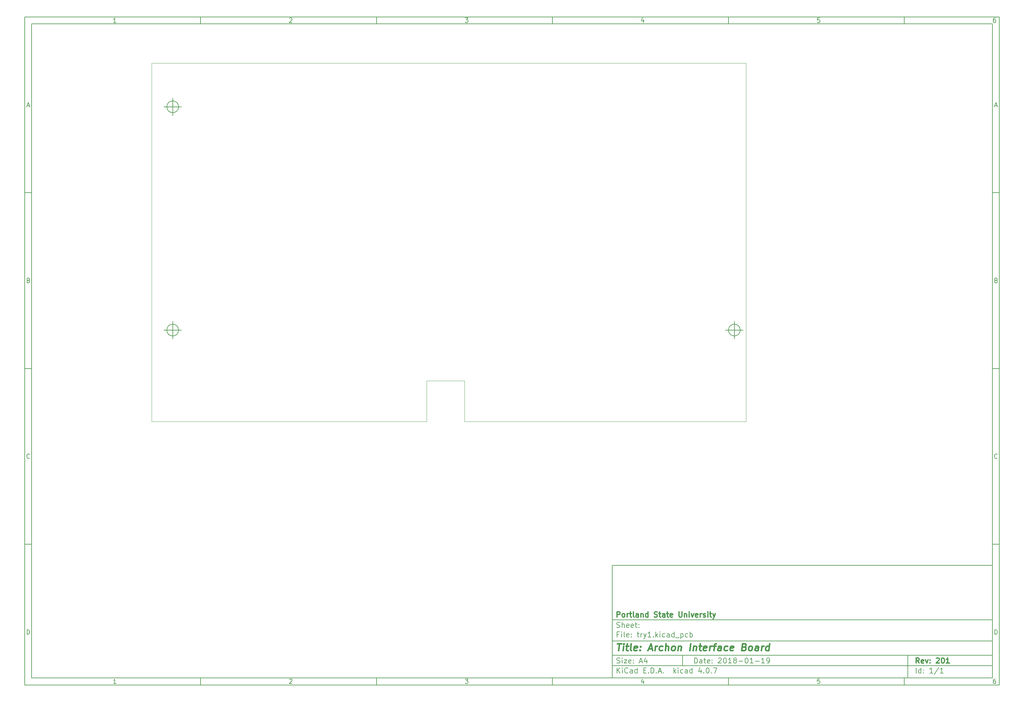
<source format=gbr>
G04 #@! TF.FileFunction,Profile,NP*
%FSLAX46Y46*%
G04 Gerber Fmt 4.6, Leading zero omitted, Abs format (unit mm)*
G04 Created by KiCad (PCBNEW 4.0.7) date Sun Jan 21 17:35:46 2018*
%MOMM*%
%LPD*%
G01*
G04 APERTURE LIST*
%ADD10C,0.100000*%
%ADD11C,0.150000*%
%ADD12C,0.300000*%
%ADD13C,0.400000*%
%ADD14C,0.025400*%
G04 APERTURE END LIST*
D10*
D11*
X177002200Y-166007200D02*
X177002200Y-198007200D01*
X285002200Y-198007200D01*
X285002200Y-166007200D01*
X177002200Y-166007200D01*
D10*
D11*
X10000000Y-10000000D02*
X10000000Y-200007200D01*
X287002200Y-200007200D01*
X287002200Y-10000000D01*
X10000000Y-10000000D01*
D10*
D11*
X12000000Y-12000000D02*
X12000000Y-198007200D01*
X285002200Y-198007200D01*
X285002200Y-12000000D01*
X12000000Y-12000000D01*
D10*
D11*
X60000000Y-12000000D02*
X60000000Y-10000000D01*
D10*
D11*
X110000000Y-12000000D02*
X110000000Y-10000000D01*
D10*
D11*
X160000000Y-12000000D02*
X160000000Y-10000000D01*
D10*
D11*
X210000000Y-12000000D02*
X210000000Y-10000000D01*
D10*
D11*
X260000000Y-12000000D02*
X260000000Y-10000000D01*
D10*
D11*
X35990476Y-11588095D02*
X35247619Y-11588095D01*
X35619048Y-11588095D02*
X35619048Y-10288095D01*
X35495238Y-10473810D01*
X35371429Y-10597619D01*
X35247619Y-10659524D01*
D10*
D11*
X85247619Y-10411905D02*
X85309524Y-10350000D01*
X85433333Y-10288095D01*
X85742857Y-10288095D01*
X85866667Y-10350000D01*
X85928571Y-10411905D01*
X85990476Y-10535714D01*
X85990476Y-10659524D01*
X85928571Y-10845238D01*
X85185714Y-11588095D01*
X85990476Y-11588095D01*
D10*
D11*
X135185714Y-10288095D02*
X135990476Y-10288095D01*
X135557143Y-10783333D01*
X135742857Y-10783333D01*
X135866667Y-10845238D01*
X135928571Y-10907143D01*
X135990476Y-11030952D01*
X135990476Y-11340476D01*
X135928571Y-11464286D01*
X135866667Y-11526190D01*
X135742857Y-11588095D01*
X135371429Y-11588095D01*
X135247619Y-11526190D01*
X135185714Y-11464286D01*
D10*
D11*
X185866667Y-10721429D02*
X185866667Y-11588095D01*
X185557143Y-10226190D02*
X185247619Y-11154762D01*
X186052381Y-11154762D01*
D10*
D11*
X235928571Y-10288095D02*
X235309524Y-10288095D01*
X235247619Y-10907143D01*
X235309524Y-10845238D01*
X235433333Y-10783333D01*
X235742857Y-10783333D01*
X235866667Y-10845238D01*
X235928571Y-10907143D01*
X235990476Y-11030952D01*
X235990476Y-11340476D01*
X235928571Y-11464286D01*
X235866667Y-11526190D01*
X235742857Y-11588095D01*
X235433333Y-11588095D01*
X235309524Y-11526190D01*
X235247619Y-11464286D01*
D10*
D11*
X285866667Y-10288095D02*
X285619048Y-10288095D01*
X285495238Y-10350000D01*
X285433333Y-10411905D01*
X285309524Y-10597619D01*
X285247619Y-10845238D01*
X285247619Y-11340476D01*
X285309524Y-11464286D01*
X285371429Y-11526190D01*
X285495238Y-11588095D01*
X285742857Y-11588095D01*
X285866667Y-11526190D01*
X285928571Y-11464286D01*
X285990476Y-11340476D01*
X285990476Y-11030952D01*
X285928571Y-10907143D01*
X285866667Y-10845238D01*
X285742857Y-10783333D01*
X285495238Y-10783333D01*
X285371429Y-10845238D01*
X285309524Y-10907143D01*
X285247619Y-11030952D01*
D10*
D11*
X60000000Y-198007200D02*
X60000000Y-200007200D01*
D10*
D11*
X110000000Y-198007200D02*
X110000000Y-200007200D01*
D10*
D11*
X160000000Y-198007200D02*
X160000000Y-200007200D01*
D10*
D11*
X210000000Y-198007200D02*
X210000000Y-200007200D01*
D10*
D11*
X260000000Y-198007200D02*
X260000000Y-200007200D01*
D10*
D11*
X35990476Y-199595295D02*
X35247619Y-199595295D01*
X35619048Y-199595295D02*
X35619048Y-198295295D01*
X35495238Y-198481010D01*
X35371429Y-198604819D01*
X35247619Y-198666724D01*
D10*
D11*
X85247619Y-198419105D02*
X85309524Y-198357200D01*
X85433333Y-198295295D01*
X85742857Y-198295295D01*
X85866667Y-198357200D01*
X85928571Y-198419105D01*
X85990476Y-198542914D01*
X85990476Y-198666724D01*
X85928571Y-198852438D01*
X85185714Y-199595295D01*
X85990476Y-199595295D01*
D10*
D11*
X135185714Y-198295295D02*
X135990476Y-198295295D01*
X135557143Y-198790533D01*
X135742857Y-198790533D01*
X135866667Y-198852438D01*
X135928571Y-198914343D01*
X135990476Y-199038152D01*
X135990476Y-199347676D01*
X135928571Y-199471486D01*
X135866667Y-199533390D01*
X135742857Y-199595295D01*
X135371429Y-199595295D01*
X135247619Y-199533390D01*
X135185714Y-199471486D01*
D10*
D11*
X185866667Y-198728629D02*
X185866667Y-199595295D01*
X185557143Y-198233390D02*
X185247619Y-199161962D01*
X186052381Y-199161962D01*
D10*
D11*
X235928571Y-198295295D02*
X235309524Y-198295295D01*
X235247619Y-198914343D01*
X235309524Y-198852438D01*
X235433333Y-198790533D01*
X235742857Y-198790533D01*
X235866667Y-198852438D01*
X235928571Y-198914343D01*
X235990476Y-199038152D01*
X235990476Y-199347676D01*
X235928571Y-199471486D01*
X235866667Y-199533390D01*
X235742857Y-199595295D01*
X235433333Y-199595295D01*
X235309524Y-199533390D01*
X235247619Y-199471486D01*
D10*
D11*
X285866667Y-198295295D02*
X285619048Y-198295295D01*
X285495238Y-198357200D01*
X285433333Y-198419105D01*
X285309524Y-198604819D01*
X285247619Y-198852438D01*
X285247619Y-199347676D01*
X285309524Y-199471486D01*
X285371429Y-199533390D01*
X285495238Y-199595295D01*
X285742857Y-199595295D01*
X285866667Y-199533390D01*
X285928571Y-199471486D01*
X285990476Y-199347676D01*
X285990476Y-199038152D01*
X285928571Y-198914343D01*
X285866667Y-198852438D01*
X285742857Y-198790533D01*
X285495238Y-198790533D01*
X285371429Y-198852438D01*
X285309524Y-198914343D01*
X285247619Y-199038152D01*
D10*
D11*
X10000000Y-60000000D02*
X12000000Y-60000000D01*
D10*
D11*
X10000000Y-110000000D02*
X12000000Y-110000000D01*
D10*
D11*
X10000000Y-160000000D02*
X12000000Y-160000000D01*
D10*
D11*
X10690476Y-35216667D02*
X11309524Y-35216667D01*
X10566667Y-35588095D02*
X11000000Y-34288095D01*
X11433333Y-35588095D01*
D10*
D11*
X11092857Y-84907143D02*
X11278571Y-84969048D01*
X11340476Y-85030952D01*
X11402381Y-85154762D01*
X11402381Y-85340476D01*
X11340476Y-85464286D01*
X11278571Y-85526190D01*
X11154762Y-85588095D01*
X10659524Y-85588095D01*
X10659524Y-84288095D01*
X11092857Y-84288095D01*
X11216667Y-84350000D01*
X11278571Y-84411905D01*
X11340476Y-84535714D01*
X11340476Y-84659524D01*
X11278571Y-84783333D01*
X11216667Y-84845238D01*
X11092857Y-84907143D01*
X10659524Y-84907143D01*
D10*
D11*
X11402381Y-135464286D02*
X11340476Y-135526190D01*
X11154762Y-135588095D01*
X11030952Y-135588095D01*
X10845238Y-135526190D01*
X10721429Y-135402381D01*
X10659524Y-135278571D01*
X10597619Y-135030952D01*
X10597619Y-134845238D01*
X10659524Y-134597619D01*
X10721429Y-134473810D01*
X10845238Y-134350000D01*
X11030952Y-134288095D01*
X11154762Y-134288095D01*
X11340476Y-134350000D01*
X11402381Y-134411905D01*
D10*
D11*
X10659524Y-185588095D02*
X10659524Y-184288095D01*
X10969048Y-184288095D01*
X11154762Y-184350000D01*
X11278571Y-184473810D01*
X11340476Y-184597619D01*
X11402381Y-184845238D01*
X11402381Y-185030952D01*
X11340476Y-185278571D01*
X11278571Y-185402381D01*
X11154762Y-185526190D01*
X10969048Y-185588095D01*
X10659524Y-185588095D01*
D10*
D11*
X287002200Y-60000000D02*
X285002200Y-60000000D01*
D10*
D11*
X287002200Y-110000000D02*
X285002200Y-110000000D01*
D10*
D11*
X287002200Y-160000000D02*
X285002200Y-160000000D01*
D10*
D11*
X285692676Y-35216667D02*
X286311724Y-35216667D01*
X285568867Y-35588095D02*
X286002200Y-34288095D01*
X286435533Y-35588095D01*
D10*
D11*
X286095057Y-84907143D02*
X286280771Y-84969048D01*
X286342676Y-85030952D01*
X286404581Y-85154762D01*
X286404581Y-85340476D01*
X286342676Y-85464286D01*
X286280771Y-85526190D01*
X286156962Y-85588095D01*
X285661724Y-85588095D01*
X285661724Y-84288095D01*
X286095057Y-84288095D01*
X286218867Y-84350000D01*
X286280771Y-84411905D01*
X286342676Y-84535714D01*
X286342676Y-84659524D01*
X286280771Y-84783333D01*
X286218867Y-84845238D01*
X286095057Y-84907143D01*
X285661724Y-84907143D01*
D10*
D11*
X286404581Y-135464286D02*
X286342676Y-135526190D01*
X286156962Y-135588095D01*
X286033152Y-135588095D01*
X285847438Y-135526190D01*
X285723629Y-135402381D01*
X285661724Y-135278571D01*
X285599819Y-135030952D01*
X285599819Y-134845238D01*
X285661724Y-134597619D01*
X285723629Y-134473810D01*
X285847438Y-134350000D01*
X286033152Y-134288095D01*
X286156962Y-134288095D01*
X286342676Y-134350000D01*
X286404581Y-134411905D01*
D10*
D11*
X285661724Y-185588095D02*
X285661724Y-184288095D01*
X285971248Y-184288095D01*
X286156962Y-184350000D01*
X286280771Y-184473810D01*
X286342676Y-184597619D01*
X286404581Y-184845238D01*
X286404581Y-185030952D01*
X286342676Y-185278571D01*
X286280771Y-185402381D01*
X286156962Y-185526190D01*
X285971248Y-185588095D01*
X285661724Y-185588095D01*
D10*
D11*
X200359343Y-193785771D02*
X200359343Y-192285771D01*
X200716486Y-192285771D01*
X200930771Y-192357200D01*
X201073629Y-192500057D01*
X201145057Y-192642914D01*
X201216486Y-192928629D01*
X201216486Y-193142914D01*
X201145057Y-193428629D01*
X201073629Y-193571486D01*
X200930771Y-193714343D01*
X200716486Y-193785771D01*
X200359343Y-193785771D01*
X202502200Y-193785771D02*
X202502200Y-193000057D01*
X202430771Y-192857200D01*
X202287914Y-192785771D01*
X202002200Y-192785771D01*
X201859343Y-192857200D01*
X202502200Y-193714343D02*
X202359343Y-193785771D01*
X202002200Y-193785771D01*
X201859343Y-193714343D01*
X201787914Y-193571486D01*
X201787914Y-193428629D01*
X201859343Y-193285771D01*
X202002200Y-193214343D01*
X202359343Y-193214343D01*
X202502200Y-193142914D01*
X203002200Y-192785771D02*
X203573629Y-192785771D01*
X203216486Y-192285771D02*
X203216486Y-193571486D01*
X203287914Y-193714343D01*
X203430772Y-193785771D01*
X203573629Y-193785771D01*
X204645057Y-193714343D02*
X204502200Y-193785771D01*
X204216486Y-193785771D01*
X204073629Y-193714343D01*
X204002200Y-193571486D01*
X204002200Y-193000057D01*
X204073629Y-192857200D01*
X204216486Y-192785771D01*
X204502200Y-192785771D01*
X204645057Y-192857200D01*
X204716486Y-193000057D01*
X204716486Y-193142914D01*
X204002200Y-193285771D01*
X205359343Y-193642914D02*
X205430771Y-193714343D01*
X205359343Y-193785771D01*
X205287914Y-193714343D01*
X205359343Y-193642914D01*
X205359343Y-193785771D01*
X205359343Y-192857200D02*
X205430771Y-192928629D01*
X205359343Y-193000057D01*
X205287914Y-192928629D01*
X205359343Y-192857200D01*
X205359343Y-193000057D01*
X207145057Y-192428629D02*
X207216486Y-192357200D01*
X207359343Y-192285771D01*
X207716486Y-192285771D01*
X207859343Y-192357200D01*
X207930772Y-192428629D01*
X208002200Y-192571486D01*
X208002200Y-192714343D01*
X207930772Y-192928629D01*
X207073629Y-193785771D01*
X208002200Y-193785771D01*
X208930771Y-192285771D02*
X209073628Y-192285771D01*
X209216485Y-192357200D01*
X209287914Y-192428629D01*
X209359343Y-192571486D01*
X209430771Y-192857200D01*
X209430771Y-193214343D01*
X209359343Y-193500057D01*
X209287914Y-193642914D01*
X209216485Y-193714343D01*
X209073628Y-193785771D01*
X208930771Y-193785771D01*
X208787914Y-193714343D01*
X208716485Y-193642914D01*
X208645057Y-193500057D01*
X208573628Y-193214343D01*
X208573628Y-192857200D01*
X208645057Y-192571486D01*
X208716485Y-192428629D01*
X208787914Y-192357200D01*
X208930771Y-192285771D01*
X210859342Y-193785771D02*
X210002199Y-193785771D01*
X210430771Y-193785771D02*
X210430771Y-192285771D01*
X210287914Y-192500057D01*
X210145056Y-192642914D01*
X210002199Y-192714343D01*
X211716485Y-192928629D02*
X211573627Y-192857200D01*
X211502199Y-192785771D01*
X211430770Y-192642914D01*
X211430770Y-192571486D01*
X211502199Y-192428629D01*
X211573627Y-192357200D01*
X211716485Y-192285771D01*
X212002199Y-192285771D01*
X212145056Y-192357200D01*
X212216485Y-192428629D01*
X212287913Y-192571486D01*
X212287913Y-192642914D01*
X212216485Y-192785771D01*
X212145056Y-192857200D01*
X212002199Y-192928629D01*
X211716485Y-192928629D01*
X211573627Y-193000057D01*
X211502199Y-193071486D01*
X211430770Y-193214343D01*
X211430770Y-193500057D01*
X211502199Y-193642914D01*
X211573627Y-193714343D01*
X211716485Y-193785771D01*
X212002199Y-193785771D01*
X212145056Y-193714343D01*
X212216485Y-193642914D01*
X212287913Y-193500057D01*
X212287913Y-193214343D01*
X212216485Y-193071486D01*
X212145056Y-193000057D01*
X212002199Y-192928629D01*
X212930770Y-193214343D02*
X214073627Y-193214343D01*
X215073627Y-192285771D02*
X215216484Y-192285771D01*
X215359341Y-192357200D01*
X215430770Y-192428629D01*
X215502199Y-192571486D01*
X215573627Y-192857200D01*
X215573627Y-193214343D01*
X215502199Y-193500057D01*
X215430770Y-193642914D01*
X215359341Y-193714343D01*
X215216484Y-193785771D01*
X215073627Y-193785771D01*
X214930770Y-193714343D01*
X214859341Y-193642914D01*
X214787913Y-193500057D01*
X214716484Y-193214343D01*
X214716484Y-192857200D01*
X214787913Y-192571486D01*
X214859341Y-192428629D01*
X214930770Y-192357200D01*
X215073627Y-192285771D01*
X217002198Y-193785771D02*
X216145055Y-193785771D01*
X216573627Y-193785771D02*
X216573627Y-192285771D01*
X216430770Y-192500057D01*
X216287912Y-192642914D01*
X216145055Y-192714343D01*
X217645055Y-193214343D02*
X218787912Y-193214343D01*
X220287912Y-193785771D02*
X219430769Y-193785771D01*
X219859341Y-193785771D02*
X219859341Y-192285771D01*
X219716484Y-192500057D01*
X219573626Y-192642914D01*
X219430769Y-192714343D01*
X221002197Y-193785771D02*
X221287912Y-193785771D01*
X221430769Y-193714343D01*
X221502197Y-193642914D01*
X221645055Y-193428629D01*
X221716483Y-193142914D01*
X221716483Y-192571486D01*
X221645055Y-192428629D01*
X221573626Y-192357200D01*
X221430769Y-192285771D01*
X221145055Y-192285771D01*
X221002197Y-192357200D01*
X220930769Y-192428629D01*
X220859340Y-192571486D01*
X220859340Y-192928629D01*
X220930769Y-193071486D01*
X221002197Y-193142914D01*
X221145055Y-193214343D01*
X221430769Y-193214343D01*
X221573626Y-193142914D01*
X221645055Y-193071486D01*
X221716483Y-192928629D01*
D10*
D11*
X177002200Y-194507200D02*
X285002200Y-194507200D01*
D10*
D11*
X178359343Y-196585771D02*
X178359343Y-195085771D01*
X179216486Y-196585771D02*
X178573629Y-195728629D01*
X179216486Y-195085771D02*
X178359343Y-195942914D01*
X179859343Y-196585771D02*
X179859343Y-195585771D01*
X179859343Y-195085771D02*
X179787914Y-195157200D01*
X179859343Y-195228629D01*
X179930771Y-195157200D01*
X179859343Y-195085771D01*
X179859343Y-195228629D01*
X181430772Y-196442914D02*
X181359343Y-196514343D01*
X181145057Y-196585771D01*
X181002200Y-196585771D01*
X180787915Y-196514343D01*
X180645057Y-196371486D01*
X180573629Y-196228629D01*
X180502200Y-195942914D01*
X180502200Y-195728629D01*
X180573629Y-195442914D01*
X180645057Y-195300057D01*
X180787915Y-195157200D01*
X181002200Y-195085771D01*
X181145057Y-195085771D01*
X181359343Y-195157200D01*
X181430772Y-195228629D01*
X182716486Y-196585771D02*
X182716486Y-195800057D01*
X182645057Y-195657200D01*
X182502200Y-195585771D01*
X182216486Y-195585771D01*
X182073629Y-195657200D01*
X182716486Y-196514343D02*
X182573629Y-196585771D01*
X182216486Y-196585771D01*
X182073629Y-196514343D01*
X182002200Y-196371486D01*
X182002200Y-196228629D01*
X182073629Y-196085771D01*
X182216486Y-196014343D01*
X182573629Y-196014343D01*
X182716486Y-195942914D01*
X184073629Y-196585771D02*
X184073629Y-195085771D01*
X184073629Y-196514343D02*
X183930772Y-196585771D01*
X183645058Y-196585771D01*
X183502200Y-196514343D01*
X183430772Y-196442914D01*
X183359343Y-196300057D01*
X183359343Y-195871486D01*
X183430772Y-195728629D01*
X183502200Y-195657200D01*
X183645058Y-195585771D01*
X183930772Y-195585771D01*
X184073629Y-195657200D01*
X185930772Y-195800057D02*
X186430772Y-195800057D01*
X186645058Y-196585771D02*
X185930772Y-196585771D01*
X185930772Y-195085771D01*
X186645058Y-195085771D01*
X187287915Y-196442914D02*
X187359343Y-196514343D01*
X187287915Y-196585771D01*
X187216486Y-196514343D01*
X187287915Y-196442914D01*
X187287915Y-196585771D01*
X188002201Y-196585771D02*
X188002201Y-195085771D01*
X188359344Y-195085771D01*
X188573629Y-195157200D01*
X188716487Y-195300057D01*
X188787915Y-195442914D01*
X188859344Y-195728629D01*
X188859344Y-195942914D01*
X188787915Y-196228629D01*
X188716487Y-196371486D01*
X188573629Y-196514343D01*
X188359344Y-196585771D01*
X188002201Y-196585771D01*
X189502201Y-196442914D02*
X189573629Y-196514343D01*
X189502201Y-196585771D01*
X189430772Y-196514343D01*
X189502201Y-196442914D01*
X189502201Y-196585771D01*
X190145058Y-196157200D02*
X190859344Y-196157200D01*
X190002201Y-196585771D02*
X190502201Y-195085771D01*
X191002201Y-196585771D01*
X191502201Y-196442914D02*
X191573629Y-196514343D01*
X191502201Y-196585771D01*
X191430772Y-196514343D01*
X191502201Y-196442914D01*
X191502201Y-196585771D01*
X194502201Y-196585771D02*
X194502201Y-195085771D01*
X194645058Y-196014343D02*
X195073629Y-196585771D01*
X195073629Y-195585771D02*
X194502201Y-196157200D01*
X195716487Y-196585771D02*
X195716487Y-195585771D01*
X195716487Y-195085771D02*
X195645058Y-195157200D01*
X195716487Y-195228629D01*
X195787915Y-195157200D01*
X195716487Y-195085771D01*
X195716487Y-195228629D01*
X197073630Y-196514343D02*
X196930773Y-196585771D01*
X196645059Y-196585771D01*
X196502201Y-196514343D01*
X196430773Y-196442914D01*
X196359344Y-196300057D01*
X196359344Y-195871486D01*
X196430773Y-195728629D01*
X196502201Y-195657200D01*
X196645059Y-195585771D01*
X196930773Y-195585771D01*
X197073630Y-195657200D01*
X198359344Y-196585771D02*
X198359344Y-195800057D01*
X198287915Y-195657200D01*
X198145058Y-195585771D01*
X197859344Y-195585771D01*
X197716487Y-195657200D01*
X198359344Y-196514343D02*
X198216487Y-196585771D01*
X197859344Y-196585771D01*
X197716487Y-196514343D01*
X197645058Y-196371486D01*
X197645058Y-196228629D01*
X197716487Y-196085771D01*
X197859344Y-196014343D01*
X198216487Y-196014343D01*
X198359344Y-195942914D01*
X199716487Y-196585771D02*
X199716487Y-195085771D01*
X199716487Y-196514343D02*
X199573630Y-196585771D01*
X199287916Y-196585771D01*
X199145058Y-196514343D01*
X199073630Y-196442914D01*
X199002201Y-196300057D01*
X199002201Y-195871486D01*
X199073630Y-195728629D01*
X199145058Y-195657200D01*
X199287916Y-195585771D01*
X199573630Y-195585771D01*
X199716487Y-195657200D01*
X202216487Y-195585771D02*
X202216487Y-196585771D01*
X201859344Y-195014343D02*
X201502201Y-196085771D01*
X202430773Y-196085771D01*
X203002201Y-196442914D02*
X203073629Y-196514343D01*
X203002201Y-196585771D01*
X202930772Y-196514343D01*
X203002201Y-196442914D01*
X203002201Y-196585771D01*
X204002201Y-195085771D02*
X204145058Y-195085771D01*
X204287915Y-195157200D01*
X204359344Y-195228629D01*
X204430773Y-195371486D01*
X204502201Y-195657200D01*
X204502201Y-196014343D01*
X204430773Y-196300057D01*
X204359344Y-196442914D01*
X204287915Y-196514343D01*
X204145058Y-196585771D01*
X204002201Y-196585771D01*
X203859344Y-196514343D01*
X203787915Y-196442914D01*
X203716487Y-196300057D01*
X203645058Y-196014343D01*
X203645058Y-195657200D01*
X203716487Y-195371486D01*
X203787915Y-195228629D01*
X203859344Y-195157200D01*
X204002201Y-195085771D01*
X205145058Y-196442914D02*
X205216486Y-196514343D01*
X205145058Y-196585771D01*
X205073629Y-196514343D01*
X205145058Y-196442914D01*
X205145058Y-196585771D01*
X205716487Y-195085771D02*
X206716487Y-195085771D01*
X206073630Y-196585771D01*
D10*
D11*
X177002200Y-191507200D02*
X285002200Y-191507200D01*
D10*
D12*
X264216486Y-193785771D02*
X263716486Y-193071486D01*
X263359343Y-193785771D02*
X263359343Y-192285771D01*
X263930771Y-192285771D01*
X264073629Y-192357200D01*
X264145057Y-192428629D01*
X264216486Y-192571486D01*
X264216486Y-192785771D01*
X264145057Y-192928629D01*
X264073629Y-193000057D01*
X263930771Y-193071486D01*
X263359343Y-193071486D01*
X265430771Y-193714343D02*
X265287914Y-193785771D01*
X265002200Y-193785771D01*
X264859343Y-193714343D01*
X264787914Y-193571486D01*
X264787914Y-193000057D01*
X264859343Y-192857200D01*
X265002200Y-192785771D01*
X265287914Y-192785771D01*
X265430771Y-192857200D01*
X265502200Y-193000057D01*
X265502200Y-193142914D01*
X264787914Y-193285771D01*
X266002200Y-192785771D02*
X266359343Y-193785771D01*
X266716485Y-192785771D01*
X267287914Y-193642914D02*
X267359342Y-193714343D01*
X267287914Y-193785771D01*
X267216485Y-193714343D01*
X267287914Y-193642914D01*
X267287914Y-193785771D01*
X267287914Y-192857200D02*
X267359342Y-192928629D01*
X267287914Y-193000057D01*
X267216485Y-192928629D01*
X267287914Y-192857200D01*
X267287914Y-193000057D01*
X269073628Y-192428629D02*
X269145057Y-192357200D01*
X269287914Y-192285771D01*
X269645057Y-192285771D01*
X269787914Y-192357200D01*
X269859343Y-192428629D01*
X269930771Y-192571486D01*
X269930771Y-192714343D01*
X269859343Y-192928629D01*
X269002200Y-193785771D01*
X269930771Y-193785771D01*
X270859342Y-192285771D02*
X271002199Y-192285771D01*
X271145056Y-192357200D01*
X271216485Y-192428629D01*
X271287914Y-192571486D01*
X271359342Y-192857200D01*
X271359342Y-193214343D01*
X271287914Y-193500057D01*
X271216485Y-193642914D01*
X271145056Y-193714343D01*
X271002199Y-193785771D01*
X270859342Y-193785771D01*
X270716485Y-193714343D01*
X270645056Y-193642914D01*
X270573628Y-193500057D01*
X270502199Y-193214343D01*
X270502199Y-192857200D01*
X270573628Y-192571486D01*
X270645056Y-192428629D01*
X270716485Y-192357200D01*
X270859342Y-192285771D01*
X272787913Y-193785771D02*
X271930770Y-193785771D01*
X272359342Y-193785771D02*
X272359342Y-192285771D01*
X272216485Y-192500057D01*
X272073627Y-192642914D01*
X271930770Y-192714343D01*
D10*
D11*
X178287914Y-193714343D02*
X178502200Y-193785771D01*
X178859343Y-193785771D01*
X179002200Y-193714343D01*
X179073629Y-193642914D01*
X179145057Y-193500057D01*
X179145057Y-193357200D01*
X179073629Y-193214343D01*
X179002200Y-193142914D01*
X178859343Y-193071486D01*
X178573629Y-193000057D01*
X178430771Y-192928629D01*
X178359343Y-192857200D01*
X178287914Y-192714343D01*
X178287914Y-192571486D01*
X178359343Y-192428629D01*
X178430771Y-192357200D01*
X178573629Y-192285771D01*
X178930771Y-192285771D01*
X179145057Y-192357200D01*
X179787914Y-193785771D02*
X179787914Y-192785771D01*
X179787914Y-192285771D02*
X179716485Y-192357200D01*
X179787914Y-192428629D01*
X179859342Y-192357200D01*
X179787914Y-192285771D01*
X179787914Y-192428629D01*
X180359343Y-192785771D02*
X181145057Y-192785771D01*
X180359343Y-193785771D01*
X181145057Y-193785771D01*
X182287914Y-193714343D02*
X182145057Y-193785771D01*
X181859343Y-193785771D01*
X181716486Y-193714343D01*
X181645057Y-193571486D01*
X181645057Y-193000057D01*
X181716486Y-192857200D01*
X181859343Y-192785771D01*
X182145057Y-192785771D01*
X182287914Y-192857200D01*
X182359343Y-193000057D01*
X182359343Y-193142914D01*
X181645057Y-193285771D01*
X183002200Y-193642914D02*
X183073628Y-193714343D01*
X183002200Y-193785771D01*
X182930771Y-193714343D01*
X183002200Y-193642914D01*
X183002200Y-193785771D01*
X183002200Y-192857200D02*
X183073628Y-192928629D01*
X183002200Y-193000057D01*
X182930771Y-192928629D01*
X183002200Y-192857200D01*
X183002200Y-193000057D01*
X184787914Y-193357200D02*
X185502200Y-193357200D01*
X184645057Y-193785771D02*
X185145057Y-192285771D01*
X185645057Y-193785771D01*
X186787914Y-192785771D02*
X186787914Y-193785771D01*
X186430771Y-192214343D02*
X186073628Y-193285771D01*
X187002200Y-193285771D01*
D10*
D11*
X263359343Y-196585771D02*
X263359343Y-195085771D01*
X264716486Y-196585771D02*
X264716486Y-195085771D01*
X264716486Y-196514343D02*
X264573629Y-196585771D01*
X264287915Y-196585771D01*
X264145057Y-196514343D01*
X264073629Y-196442914D01*
X264002200Y-196300057D01*
X264002200Y-195871486D01*
X264073629Y-195728629D01*
X264145057Y-195657200D01*
X264287915Y-195585771D01*
X264573629Y-195585771D01*
X264716486Y-195657200D01*
X265430772Y-196442914D02*
X265502200Y-196514343D01*
X265430772Y-196585771D01*
X265359343Y-196514343D01*
X265430772Y-196442914D01*
X265430772Y-196585771D01*
X265430772Y-195657200D02*
X265502200Y-195728629D01*
X265430772Y-195800057D01*
X265359343Y-195728629D01*
X265430772Y-195657200D01*
X265430772Y-195800057D01*
X268073629Y-196585771D02*
X267216486Y-196585771D01*
X267645058Y-196585771D02*
X267645058Y-195085771D01*
X267502201Y-195300057D01*
X267359343Y-195442914D01*
X267216486Y-195514343D01*
X269787914Y-195014343D02*
X268502200Y-196942914D01*
X271073629Y-196585771D02*
X270216486Y-196585771D01*
X270645058Y-196585771D02*
X270645058Y-195085771D01*
X270502201Y-195300057D01*
X270359343Y-195442914D01*
X270216486Y-195514343D01*
D10*
D11*
X177002200Y-187507200D02*
X285002200Y-187507200D01*
D10*
D13*
X178454581Y-188211962D02*
X179597438Y-188211962D01*
X178776010Y-190211962D02*
X179026010Y-188211962D01*
X180014105Y-190211962D02*
X180180771Y-188878629D01*
X180264105Y-188211962D02*
X180156962Y-188307200D01*
X180240295Y-188402438D01*
X180347439Y-188307200D01*
X180264105Y-188211962D01*
X180240295Y-188402438D01*
X180847438Y-188878629D02*
X181609343Y-188878629D01*
X181216486Y-188211962D02*
X181002200Y-189926248D01*
X181073630Y-190116724D01*
X181252201Y-190211962D01*
X181442677Y-190211962D01*
X182395058Y-190211962D02*
X182216487Y-190116724D01*
X182145057Y-189926248D01*
X182359343Y-188211962D01*
X183930772Y-190116724D02*
X183728391Y-190211962D01*
X183347439Y-190211962D01*
X183168867Y-190116724D01*
X183097438Y-189926248D01*
X183192676Y-189164343D01*
X183311724Y-188973867D01*
X183514105Y-188878629D01*
X183895057Y-188878629D01*
X184073629Y-188973867D01*
X184145057Y-189164343D01*
X184121248Y-189354819D01*
X183145057Y-189545295D01*
X184895057Y-190021486D02*
X184978392Y-190116724D01*
X184871248Y-190211962D01*
X184787915Y-190116724D01*
X184895057Y-190021486D01*
X184871248Y-190211962D01*
X185026010Y-188973867D02*
X185109344Y-189069105D01*
X185002200Y-189164343D01*
X184918867Y-189069105D01*
X185026010Y-188973867D01*
X185002200Y-189164343D01*
X187323629Y-189640533D02*
X188276010Y-189640533D01*
X187061725Y-190211962D02*
X187978392Y-188211962D01*
X188395059Y-190211962D01*
X189061725Y-190211962D02*
X189228391Y-188878629D01*
X189180772Y-189259581D02*
X189299821Y-189069105D01*
X189406964Y-188973867D01*
X189609344Y-188878629D01*
X189799820Y-188878629D01*
X191168868Y-190116724D02*
X190966487Y-190211962D01*
X190585535Y-190211962D01*
X190406964Y-190116724D01*
X190323629Y-190021486D01*
X190252201Y-189831010D01*
X190323629Y-189259581D01*
X190442677Y-189069105D01*
X190549821Y-188973867D01*
X190752201Y-188878629D01*
X191133153Y-188878629D01*
X191311725Y-188973867D01*
X192014106Y-190211962D02*
X192264106Y-188211962D01*
X192871249Y-190211962D02*
X193002201Y-189164343D01*
X192930773Y-188973867D01*
X192752201Y-188878629D01*
X192466487Y-188878629D01*
X192264107Y-188973867D01*
X192156963Y-189069105D01*
X194109345Y-190211962D02*
X193930774Y-190116724D01*
X193847439Y-190021486D01*
X193776011Y-189831010D01*
X193847439Y-189259581D01*
X193966487Y-189069105D01*
X194073631Y-188973867D01*
X194276011Y-188878629D01*
X194561725Y-188878629D01*
X194740297Y-188973867D01*
X194823630Y-189069105D01*
X194895058Y-189259581D01*
X194823630Y-189831010D01*
X194704582Y-190021486D01*
X194597440Y-190116724D01*
X194395059Y-190211962D01*
X194109345Y-190211962D01*
X195799820Y-188878629D02*
X195633154Y-190211962D01*
X195776011Y-189069105D02*
X195883155Y-188973867D01*
X196085535Y-188878629D01*
X196371249Y-188878629D01*
X196549821Y-188973867D01*
X196621249Y-189164343D01*
X196490297Y-190211962D01*
X198966488Y-190211962D02*
X199216488Y-188211962D01*
X200085535Y-188878629D02*
X199918869Y-190211962D01*
X200061726Y-189069105D02*
X200168870Y-188973867D01*
X200371250Y-188878629D01*
X200656964Y-188878629D01*
X200835536Y-188973867D01*
X200906964Y-189164343D01*
X200776012Y-190211962D01*
X201609345Y-188878629D02*
X202371250Y-188878629D01*
X201978393Y-188211962D02*
X201764107Y-189926248D01*
X201835537Y-190116724D01*
X202014108Y-190211962D01*
X202204584Y-190211962D01*
X203645060Y-190116724D02*
X203442679Y-190211962D01*
X203061727Y-190211962D01*
X202883155Y-190116724D01*
X202811726Y-189926248D01*
X202906964Y-189164343D01*
X203026012Y-188973867D01*
X203228393Y-188878629D01*
X203609345Y-188878629D01*
X203787917Y-188973867D01*
X203859345Y-189164343D01*
X203835536Y-189354819D01*
X202859345Y-189545295D01*
X204585536Y-190211962D02*
X204752202Y-188878629D01*
X204704583Y-189259581D02*
X204823632Y-189069105D01*
X204930775Y-188973867D01*
X205133155Y-188878629D01*
X205323631Y-188878629D01*
X205704583Y-188878629D02*
X206466488Y-188878629D01*
X205823631Y-190211962D02*
X206037917Y-188497676D01*
X206156965Y-188307200D01*
X206359346Y-188211962D01*
X206549822Y-188211962D01*
X207823631Y-190211962D02*
X207954583Y-189164343D01*
X207883155Y-188973867D01*
X207704583Y-188878629D01*
X207323631Y-188878629D01*
X207121250Y-188973867D01*
X207835536Y-190116724D02*
X207633155Y-190211962D01*
X207156965Y-190211962D01*
X206978393Y-190116724D01*
X206906964Y-189926248D01*
X206930774Y-189735771D01*
X207049821Y-189545295D01*
X207252203Y-189450057D01*
X207728393Y-189450057D01*
X207930774Y-189354819D01*
X209645060Y-190116724D02*
X209442679Y-190211962D01*
X209061727Y-190211962D01*
X208883156Y-190116724D01*
X208799821Y-190021486D01*
X208728393Y-189831010D01*
X208799821Y-189259581D01*
X208918869Y-189069105D01*
X209026013Y-188973867D01*
X209228393Y-188878629D01*
X209609345Y-188878629D01*
X209787917Y-188973867D01*
X211264108Y-190116724D02*
X211061727Y-190211962D01*
X210680775Y-190211962D01*
X210502203Y-190116724D01*
X210430774Y-189926248D01*
X210526012Y-189164343D01*
X210645060Y-188973867D01*
X210847441Y-188878629D01*
X211228393Y-188878629D01*
X211406965Y-188973867D01*
X211478393Y-189164343D01*
X211454584Y-189354819D01*
X210478393Y-189545295D01*
X214526013Y-189164343D02*
X214799822Y-189259581D01*
X214883157Y-189354819D01*
X214954585Y-189545295D01*
X214918871Y-189831010D01*
X214799823Y-190021486D01*
X214692680Y-190116724D01*
X214490299Y-190211962D01*
X213728394Y-190211962D01*
X213978394Y-188211962D01*
X214645061Y-188211962D01*
X214823632Y-188307200D01*
X214906965Y-188402438D01*
X214978395Y-188592914D01*
X214954585Y-188783390D01*
X214835537Y-188973867D01*
X214728394Y-189069105D01*
X214526013Y-189164343D01*
X213859346Y-189164343D01*
X216014109Y-190211962D02*
X215835538Y-190116724D01*
X215752203Y-190021486D01*
X215680775Y-189831010D01*
X215752203Y-189259581D01*
X215871251Y-189069105D01*
X215978395Y-188973867D01*
X216180775Y-188878629D01*
X216466489Y-188878629D01*
X216645061Y-188973867D01*
X216728394Y-189069105D01*
X216799822Y-189259581D01*
X216728394Y-189831010D01*
X216609346Y-190021486D01*
X216502204Y-190116724D01*
X216299823Y-190211962D01*
X216014109Y-190211962D01*
X218395061Y-190211962D02*
X218526013Y-189164343D01*
X218454585Y-188973867D01*
X218276013Y-188878629D01*
X217895061Y-188878629D01*
X217692680Y-188973867D01*
X218406966Y-190116724D02*
X218204585Y-190211962D01*
X217728395Y-190211962D01*
X217549823Y-190116724D01*
X217478394Y-189926248D01*
X217502204Y-189735771D01*
X217621251Y-189545295D01*
X217823633Y-189450057D01*
X218299823Y-189450057D01*
X218502204Y-189354819D01*
X219347442Y-190211962D02*
X219514108Y-188878629D01*
X219466489Y-189259581D02*
X219585538Y-189069105D01*
X219692681Y-188973867D01*
X219895061Y-188878629D01*
X220085537Y-188878629D01*
X221442680Y-190211962D02*
X221692680Y-188211962D01*
X221454585Y-190116724D02*
X221252204Y-190211962D01*
X220871252Y-190211962D01*
X220692681Y-190116724D01*
X220609346Y-190021486D01*
X220537918Y-189831010D01*
X220609346Y-189259581D01*
X220728394Y-189069105D01*
X220835538Y-188973867D01*
X221037918Y-188878629D01*
X221418870Y-188878629D01*
X221597442Y-188973867D01*
D10*
D11*
X178859343Y-185600057D02*
X178359343Y-185600057D01*
X178359343Y-186385771D02*
X178359343Y-184885771D01*
X179073629Y-184885771D01*
X179645057Y-186385771D02*
X179645057Y-185385771D01*
X179645057Y-184885771D02*
X179573628Y-184957200D01*
X179645057Y-185028629D01*
X179716485Y-184957200D01*
X179645057Y-184885771D01*
X179645057Y-185028629D01*
X180573629Y-186385771D02*
X180430771Y-186314343D01*
X180359343Y-186171486D01*
X180359343Y-184885771D01*
X181716485Y-186314343D02*
X181573628Y-186385771D01*
X181287914Y-186385771D01*
X181145057Y-186314343D01*
X181073628Y-186171486D01*
X181073628Y-185600057D01*
X181145057Y-185457200D01*
X181287914Y-185385771D01*
X181573628Y-185385771D01*
X181716485Y-185457200D01*
X181787914Y-185600057D01*
X181787914Y-185742914D01*
X181073628Y-185885771D01*
X182430771Y-186242914D02*
X182502199Y-186314343D01*
X182430771Y-186385771D01*
X182359342Y-186314343D01*
X182430771Y-186242914D01*
X182430771Y-186385771D01*
X182430771Y-185457200D02*
X182502199Y-185528629D01*
X182430771Y-185600057D01*
X182359342Y-185528629D01*
X182430771Y-185457200D01*
X182430771Y-185600057D01*
X184073628Y-185385771D02*
X184645057Y-185385771D01*
X184287914Y-184885771D02*
X184287914Y-186171486D01*
X184359342Y-186314343D01*
X184502200Y-186385771D01*
X184645057Y-186385771D01*
X185145057Y-186385771D02*
X185145057Y-185385771D01*
X185145057Y-185671486D02*
X185216485Y-185528629D01*
X185287914Y-185457200D01*
X185430771Y-185385771D01*
X185573628Y-185385771D01*
X185930771Y-185385771D02*
X186287914Y-186385771D01*
X186645056Y-185385771D02*
X186287914Y-186385771D01*
X186145056Y-186742914D01*
X186073628Y-186814343D01*
X185930771Y-186885771D01*
X188002199Y-186385771D02*
X187145056Y-186385771D01*
X187573628Y-186385771D02*
X187573628Y-184885771D01*
X187430771Y-185100057D01*
X187287913Y-185242914D01*
X187145056Y-185314343D01*
X188645056Y-186242914D02*
X188716484Y-186314343D01*
X188645056Y-186385771D01*
X188573627Y-186314343D01*
X188645056Y-186242914D01*
X188645056Y-186385771D01*
X189359342Y-186385771D02*
X189359342Y-184885771D01*
X189502199Y-185814343D02*
X189930770Y-186385771D01*
X189930770Y-185385771D02*
X189359342Y-185957200D01*
X190573628Y-186385771D02*
X190573628Y-185385771D01*
X190573628Y-184885771D02*
X190502199Y-184957200D01*
X190573628Y-185028629D01*
X190645056Y-184957200D01*
X190573628Y-184885771D01*
X190573628Y-185028629D01*
X191930771Y-186314343D02*
X191787914Y-186385771D01*
X191502200Y-186385771D01*
X191359342Y-186314343D01*
X191287914Y-186242914D01*
X191216485Y-186100057D01*
X191216485Y-185671486D01*
X191287914Y-185528629D01*
X191359342Y-185457200D01*
X191502200Y-185385771D01*
X191787914Y-185385771D01*
X191930771Y-185457200D01*
X193216485Y-186385771D02*
X193216485Y-185600057D01*
X193145056Y-185457200D01*
X193002199Y-185385771D01*
X192716485Y-185385771D01*
X192573628Y-185457200D01*
X193216485Y-186314343D02*
X193073628Y-186385771D01*
X192716485Y-186385771D01*
X192573628Y-186314343D01*
X192502199Y-186171486D01*
X192502199Y-186028629D01*
X192573628Y-185885771D01*
X192716485Y-185814343D01*
X193073628Y-185814343D01*
X193216485Y-185742914D01*
X194573628Y-186385771D02*
X194573628Y-184885771D01*
X194573628Y-186314343D02*
X194430771Y-186385771D01*
X194145057Y-186385771D01*
X194002199Y-186314343D01*
X193930771Y-186242914D01*
X193859342Y-186100057D01*
X193859342Y-185671486D01*
X193930771Y-185528629D01*
X194002199Y-185457200D01*
X194145057Y-185385771D01*
X194430771Y-185385771D01*
X194573628Y-185457200D01*
X194930771Y-186528629D02*
X196073628Y-186528629D01*
X196430771Y-185385771D02*
X196430771Y-186885771D01*
X196430771Y-185457200D02*
X196573628Y-185385771D01*
X196859342Y-185385771D01*
X197002199Y-185457200D01*
X197073628Y-185528629D01*
X197145057Y-185671486D01*
X197145057Y-186100057D01*
X197073628Y-186242914D01*
X197002199Y-186314343D01*
X196859342Y-186385771D01*
X196573628Y-186385771D01*
X196430771Y-186314343D01*
X198430771Y-186314343D02*
X198287914Y-186385771D01*
X198002200Y-186385771D01*
X197859342Y-186314343D01*
X197787914Y-186242914D01*
X197716485Y-186100057D01*
X197716485Y-185671486D01*
X197787914Y-185528629D01*
X197859342Y-185457200D01*
X198002200Y-185385771D01*
X198287914Y-185385771D01*
X198430771Y-185457200D01*
X199073628Y-186385771D02*
X199073628Y-184885771D01*
X199073628Y-185457200D02*
X199216485Y-185385771D01*
X199502199Y-185385771D01*
X199645056Y-185457200D01*
X199716485Y-185528629D01*
X199787914Y-185671486D01*
X199787914Y-186100057D01*
X199716485Y-186242914D01*
X199645056Y-186314343D01*
X199502199Y-186385771D01*
X199216485Y-186385771D01*
X199073628Y-186314343D01*
D10*
D11*
X177002200Y-181507200D02*
X285002200Y-181507200D01*
D10*
D11*
X178287914Y-183614343D02*
X178502200Y-183685771D01*
X178859343Y-183685771D01*
X179002200Y-183614343D01*
X179073629Y-183542914D01*
X179145057Y-183400057D01*
X179145057Y-183257200D01*
X179073629Y-183114343D01*
X179002200Y-183042914D01*
X178859343Y-182971486D01*
X178573629Y-182900057D01*
X178430771Y-182828629D01*
X178359343Y-182757200D01*
X178287914Y-182614343D01*
X178287914Y-182471486D01*
X178359343Y-182328629D01*
X178430771Y-182257200D01*
X178573629Y-182185771D01*
X178930771Y-182185771D01*
X179145057Y-182257200D01*
X179787914Y-183685771D02*
X179787914Y-182185771D01*
X180430771Y-183685771D02*
X180430771Y-182900057D01*
X180359342Y-182757200D01*
X180216485Y-182685771D01*
X180002200Y-182685771D01*
X179859342Y-182757200D01*
X179787914Y-182828629D01*
X181716485Y-183614343D02*
X181573628Y-183685771D01*
X181287914Y-183685771D01*
X181145057Y-183614343D01*
X181073628Y-183471486D01*
X181073628Y-182900057D01*
X181145057Y-182757200D01*
X181287914Y-182685771D01*
X181573628Y-182685771D01*
X181716485Y-182757200D01*
X181787914Y-182900057D01*
X181787914Y-183042914D01*
X181073628Y-183185771D01*
X183002199Y-183614343D02*
X182859342Y-183685771D01*
X182573628Y-183685771D01*
X182430771Y-183614343D01*
X182359342Y-183471486D01*
X182359342Y-182900057D01*
X182430771Y-182757200D01*
X182573628Y-182685771D01*
X182859342Y-182685771D01*
X183002199Y-182757200D01*
X183073628Y-182900057D01*
X183073628Y-183042914D01*
X182359342Y-183185771D01*
X183502199Y-182685771D02*
X184073628Y-182685771D01*
X183716485Y-182185771D02*
X183716485Y-183471486D01*
X183787913Y-183614343D01*
X183930771Y-183685771D01*
X184073628Y-183685771D01*
X184573628Y-183542914D02*
X184645056Y-183614343D01*
X184573628Y-183685771D01*
X184502199Y-183614343D01*
X184573628Y-183542914D01*
X184573628Y-183685771D01*
X184573628Y-182757200D02*
X184645056Y-182828629D01*
X184573628Y-182900057D01*
X184502199Y-182828629D01*
X184573628Y-182757200D01*
X184573628Y-182900057D01*
D10*
D12*
X178359343Y-180685771D02*
X178359343Y-179185771D01*
X178930771Y-179185771D01*
X179073629Y-179257200D01*
X179145057Y-179328629D01*
X179216486Y-179471486D01*
X179216486Y-179685771D01*
X179145057Y-179828629D01*
X179073629Y-179900057D01*
X178930771Y-179971486D01*
X178359343Y-179971486D01*
X180073629Y-180685771D02*
X179930771Y-180614343D01*
X179859343Y-180542914D01*
X179787914Y-180400057D01*
X179787914Y-179971486D01*
X179859343Y-179828629D01*
X179930771Y-179757200D01*
X180073629Y-179685771D01*
X180287914Y-179685771D01*
X180430771Y-179757200D01*
X180502200Y-179828629D01*
X180573629Y-179971486D01*
X180573629Y-180400057D01*
X180502200Y-180542914D01*
X180430771Y-180614343D01*
X180287914Y-180685771D01*
X180073629Y-180685771D01*
X181216486Y-180685771D02*
X181216486Y-179685771D01*
X181216486Y-179971486D02*
X181287914Y-179828629D01*
X181359343Y-179757200D01*
X181502200Y-179685771D01*
X181645057Y-179685771D01*
X181930771Y-179685771D02*
X182502200Y-179685771D01*
X182145057Y-179185771D02*
X182145057Y-180471486D01*
X182216485Y-180614343D01*
X182359343Y-180685771D01*
X182502200Y-180685771D01*
X183216486Y-180685771D02*
X183073628Y-180614343D01*
X183002200Y-180471486D01*
X183002200Y-179185771D01*
X184430771Y-180685771D02*
X184430771Y-179900057D01*
X184359342Y-179757200D01*
X184216485Y-179685771D01*
X183930771Y-179685771D01*
X183787914Y-179757200D01*
X184430771Y-180614343D02*
X184287914Y-180685771D01*
X183930771Y-180685771D01*
X183787914Y-180614343D01*
X183716485Y-180471486D01*
X183716485Y-180328629D01*
X183787914Y-180185771D01*
X183930771Y-180114343D01*
X184287914Y-180114343D01*
X184430771Y-180042914D01*
X185145057Y-179685771D02*
X185145057Y-180685771D01*
X185145057Y-179828629D02*
X185216485Y-179757200D01*
X185359343Y-179685771D01*
X185573628Y-179685771D01*
X185716485Y-179757200D01*
X185787914Y-179900057D01*
X185787914Y-180685771D01*
X187145057Y-180685771D02*
X187145057Y-179185771D01*
X187145057Y-180614343D02*
X187002200Y-180685771D01*
X186716486Y-180685771D01*
X186573628Y-180614343D01*
X186502200Y-180542914D01*
X186430771Y-180400057D01*
X186430771Y-179971486D01*
X186502200Y-179828629D01*
X186573628Y-179757200D01*
X186716486Y-179685771D01*
X187002200Y-179685771D01*
X187145057Y-179757200D01*
X188930771Y-180614343D02*
X189145057Y-180685771D01*
X189502200Y-180685771D01*
X189645057Y-180614343D01*
X189716486Y-180542914D01*
X189787914Y-180400057D01*
X189787914Y-180257200D01*
X189716486Y-180114343D01*
X189645057Y-180042914D01*
X189502200Y-179971486D01*
X189216486Y-179900057D01*
X189073628Y-179828629D01*
X189002200Y-179757200D01*
X188930771Y-179614343D01*
X188930771Y-179471486D01*
X189002200Y-179328629D01*
X189073628Y-179257200D01*
X189216486Y-179185771D01*
X189573628Y-179185771D01*
X189787914Y-179257200D01*
X190216485Y-179685771D02*
X190787914Y-179685771D01*
X190430771Y-179185771D02*
X190430771Y-180471486D01*
X190502199Y-180614343D01*
X190645057Y-180685771D01*
X190787914Y-180685771D01*
X191930771Y-180685771D02*
X191930771Y-179900057D01*
X191859342Y-179757200D01*
X191716485Y-179685771D01*
X191430771Y-179685771D01*
X191287914Y-179757200D01*
X191930771Y-180614343D02*
X191787914Y-180685771D01*
X191430771Y-180685771D01*
X191287914Y-180614343D01*
X191216485Y-180471486D01*
X191216485Y-180328629D01*
X191287914Y-180185771D01*
X191430771Y-180114343D01*
X191787914Y-180114343D01*
X191930771Y-180042914D01*
X192430771Y-179685771D02*
X193002200Y-179685771D01*
X192645057Y-179185771D02*
X192645057Y-180471486D01*
X192716485Y-180614343D01*
X192859343Y-180685771D01*
X193002200Y-180685771D01*
X194073628Y-180614343D02*
X193930771Y-180685771D01*
X193645057Y-180685771D01*
X193502200Y-180614343D01*
X193430771Y-180471486D01*
X193430771Y-179900057D01*
X193502200Y-179757200D01*
X193645057Y-179685771D01*
X193930771Y-179685771D01*
X194073628Y-179757200D01*
X194145057Y-179900057D01*
X194145057Y-180042914D01*
X193430771Y-180185771D01*
X195930771Y-179185771D02*
X195930771Y-180400057D01*
X196002199Y-180542914D01*
X196073628Y-180614343D01*
X196216485Y-180685771D01*
X196502199Y-180685771D01*
X196645057Y-180614343D01*
X196716485Y-180542914D01*
X196787914Y-180400057D01*
X196787914Y-179185771D01*
X197502200Y-179685771D02*
X197502200Y-180685771D01*
X197502200Y-179828629D02*
X197573628Y-179757200D01*
X197716486Y-179685771D01*
X197930771Y-179685771D01*
X198073628Y-179757200D01*
X198145057Y-179900057D01*
X198145057Y-180685771D01*
X198859343Y-180685771D02*
X198859343Y-179685771D01*
X198859343Y-179185771D02*
X198787914Y-179257200D01*
X198859343Y-179328629D01*
X198930771Y-179257200D01*
X198859343Y-179185771D01*
X198859343Y-179328629D01*
X199430772Y-179685771D02*
X199787915Y-180685771D01*
X200145057Y-179685771D01*
X201287914Y-180614343D02*
X201145057Y-180685771D01*
X200859343Y-180685771D01*
X200716486Y-180614343D01*
X200645057Y-180471486D01*
X200645057Y-179900057D01*
X200716486Y-179757200D01*
X200859343Y-179685771D01*
X201145057Y-179685771D01*
X201287914Y-179757200D01*
X201359343Y-179900057D01*
X201359343Y-180042914D01*
X200645057Y-180185771D01*
X202002200Y-180685771D02*
X202002200Y-179685771D01*
X202002200Y-179971486D02*
X202073628Y-179828629D01*
X202145057Y-179757200D01*
X202287914Y-179685771D01*
X202430771Y-179685771D01*
X202859342Y-180614343D02*
X203002199Y-180685771D01*
X203287914Y-180685771D01*
X203430771Y-180614343D01*
X203502199Y-180471486D01*
X203502199Y-180400057D01*
X203430771Y-180257200D01*
X203287914Y-180185771D01*
X203073628Y-180185771D01*
X202930771Y-180114343D01*
X202859342Y-179971486D01*
X202859342Y-179900057D01*
X202930771Y-179757200D01*
X203073628Y-179685771D01*
X203287914Y-179685771D01*
X203430771Y-179757200D01*
X204145057Y-180685771D02*
X204145057Y-179685771D01*
X204145057Y-179185771D02*
X204073628Y-179257200D01*
X204145057Y-179328629D01*
X204216485Y-179257200D01*
X204145057Y-179185771D01*
X204145057Y-179328629D01*
X204645057Y-179685771D02*
X205216486Y-179685771D01*
X204859343Y-179185771D02*
X204859343Y-180471486D01*
X204930771Y-180614343D01*
X205073629Y-180685771D01*
X205216486Y-180685771D01*
X205573629Y-179685771D02*
X205930772Y-180685771D01*
X206287914Y-179685771D02*
X205930772Y-180685771D01*
X205787914Y-181042914D01*
X205716486Y-181114343D01*
X205573629Y-181185771D01*
D10*
D11*
X197002200Y-191507200D02*
X197002200Y-194507200D01*
D10*
D11*
X261002200Y-191507200D02*
X261002200Y-198007200D01*
D14*
X215000000Y-23100000D02*
X215000000Y-125100000D01*
X124200000Y-113500000D02*
X124200000Y-125090000D01*
X135000000Y-113500000D02*
X124200000Y-113500000D01*
X135000000Y-113800000D02*
X135000000Y-113500000D01*
X135000000Y-125100000D02*
X135000000Y-113800000D01*
X215000000Y-125100000D02*
X135000000Y-125100000D01*
X46090000Y-23100000D02*
X46090000Y-125090000D01*
X46100000Y-23100000D02*
X46090000Y-23100000D01*
X46090000Y-125090000D02*
X124200000Y-125090000D01*
X215000000Y-23100000D02*
X46100000Y-23100000D01*
D11*
X213350266Y-99060000D02*
G75*
G03X213350266Y-99060000I-1666666J0D01*
G01*
X209183600Y-99060000D02*
X214183600Y-99060000D01*
X211683600Y-96560000D02*
X211683600Y-101560000D01*
X53736666Y-99060000D02*
G75*
G03X53736666Y-99060000I-1666666J0D01*
G01*
X49570000Y-99060000D02*
X54570000Y-99060000D01*
X52070000Y-96560000D02*
X52070000Y-101560000D01*
X53736666Y-35560000D02*
G75*
G03X53736666Y-35560000I-1666666J0D01*
G01*
X49570000Y-35560000D02*
X54570000Y-35560000D01*
X52070000Y-33060000D02*
X52070000Y-38060000D01*
M02*

</source>
